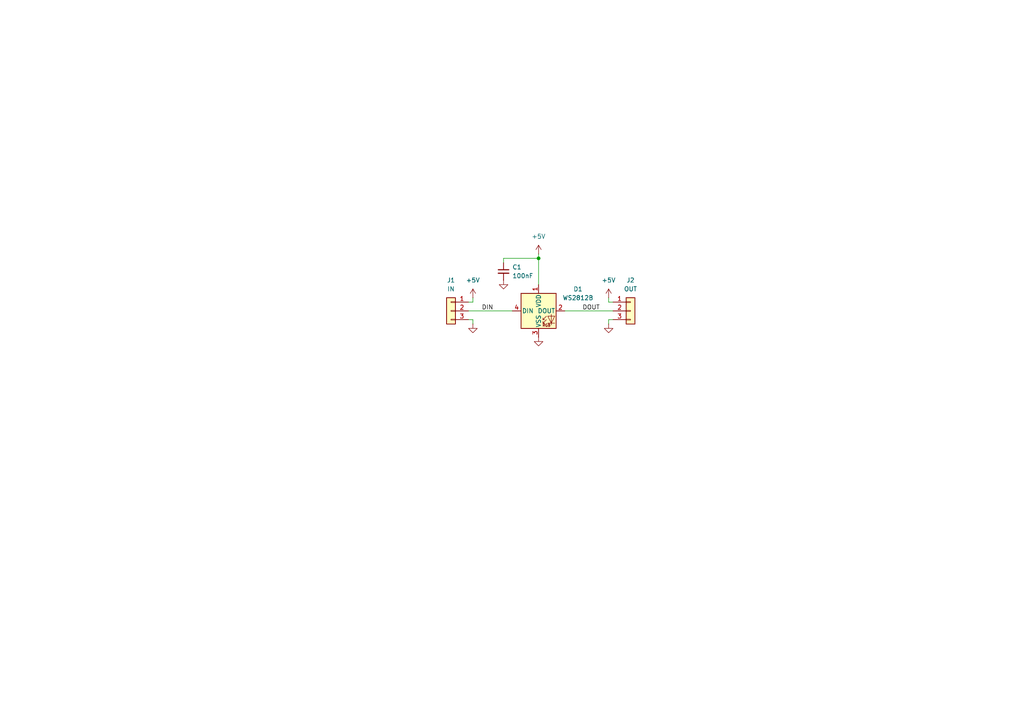
<source format=kicad_sch>
(kicad_sch (version 20231120) (generator "eeschema") (generator_version "8.0")
  (paper "A4")
  (lib_symbols
    (symbol "Connector_Generic:Conn_01x03" (pin_names (offset 1.016) hide)
      (property "Reference" "J" (at 0 5.08 0))
      (property "Value" "Conn_01x03" (at 0 -5.08 0))
      (symbol "Conn_01x03_1_1"
        (rectangle (start -1.27 -2.413) (end 0 -2.667) (stroke (width 0.1524)))
        (rectangle (start -1.27 0.127) (end 0 -0.127) (stroke (width 0.1524)))
        (rectangle (start -1.27 2.667) (end 0 2.413) (stroke (width 0.1524)))
        (rectangle (start -1.27 3.81) (end 1.27 -3.81) (stroke (width 0.254)) (fill (type background)))
        (pin passive line (at -5.08 2.54 0) (length 3.81) (name "Pin_1") (number "1"))
        (pin passive line (at -5.08 0 0) (length 3.81) (name "Pin_2") (number "2"))
        (pin passive line (at -5.08 -2.54 0) (length 3.81) (name "Pin_3") (number "3"))
      )
    )
    (symbol "Device:C_Small" (pin_numbers hide) (pin_names (offset 0.254) hide)
      (property "Reference" "C" (at 0.254 1.778 0))
      (property "Value" "C_Small" (at 0.254 -2.032 0))
      (symbol "C_Small_0_1"
        (polyline (pts (xy -1.524 -0.508) (xy 1.524 -0.508)) (stroke (width 0.3302)))
        (polyline (pts (xy -1.524 0.508) (xy 1.524 0.508)) (stroke (width 0.3048)))
      )
      (symbol "C_Small_1_1"
        (pin passive line (at 0 2.54 270) (length 2.032) (name "~") (number "1"))
        (pin passive line (at 0 -2.54 90) (length 2.032) (name "~") (number "2"))
      )
    )
    (symbol "LED:WS2812B" (pin_names (offset 0.254))
      (property "Reference" "D" (at 5.08 5.715 0))
      (property "Value" "WS2812B" (at 1.27 -5.715 0))
      (symbol "WS2812B_0_0"
        (text "RGB" (at 2.286 -4.191 0) (effects (font (size 0.762 0.762))))
      )
      (symbol "WS2812B_0_1"
        (polyline (pts (xy 1.27 -3.556) (xy 1.778 -3.556)))
        (polyline (pts (xy 1.27 -2.54) (xy 1.778 -2.54)))
        (polyline (pts (xy 4.699 -3.556) (xy 2.667 -3.556)))
        (polyline (pts (xy 2.286 -2.54) (xy 1.27 -3.556) (xy 1.27 -3.048)))
        (polyline (pts (xy 2.286 -1.524) (xy 1.27 -2.54) (xy 1.27 -2.032)))
        (polyline (pts (xy 3.683 -1.016) (xy 3.683 -3.556) (xy 3.683 -4.064)))
        (polyline (pts (xy 4.699 -1.524) (xy 2.667 -1.524) (xy 3.683 -3.556) (xy 4.699 -1.524)))
        (rectangle (start 5.08 5.08) (end -5.08 -5.08) (stroke (width 0.254)) (fill (type background)))
      )
      (symbol "WS2812B_1_1"
        (pin power_in line (at 0 7.62 270) (length 2.54) (name "VDD") (number "1"))
        (pin output line (at 7.62 0 180) (length 2.54) (name "DOUT") (number "2"))
        (pin power_in line (at 0 -7.62 90) (length 2.54) (name "VSS") (number "3"))
        (pin input line (at -7.62 0 0) (length 2.54) (name "DIN") (number "4"))
      )
    )
    (symbol "power:+5V" (power) (pin_numbers hide) (pin_names (offset 0) hide)
      (property "Value" "+5V" (at 0 3.556 0))
      (symbol "+5V_0_1"
        (polyline (pts (xy -0.762 1.27) (xy 0 2.54)))
        (polyline (pts (xy 0 0) (xy 0 2.54)))
        (polyline (pts (xy 0 2.54) (xy 0.762 1.27)))
      )
      (symbol "+5V_1_1"
        (pin power_in line (at 0 0 90) (length 0) (name "~") (number "1"))
      )
    )
    (symbol "power:GND" (power) (pin_numbers hide) (pin_names (offset 0) hide)
      (property "Value" "GND" (at 0 -3.81 0))
      (symbol "GND_0_1"
        (polyline (pts (xy 0 0) (xy 0 -1.27) (xy 1.27 -1.27) (xy 0 -2.54) (xy -1.27 -1.27) (xy 0 -1.27)))
      )
      (symbol "GND_1_1"
        (pin power_in line (at 0 0 270) (length 0) (name "~") (number "1"))
      )
    )
  )
  (junction (at 156.21 74.93))
  (wire (pts (xy 163.83 90.17) (xy 177.8 90.17)))
  (wire (pts (xy 156.21 82.55) (xy 156.21 74.93)))
  (wire (pts (xy 176.53 92.71) (xy 177.8 92.71)))
  (wire (pts (xy 156.21 74.93) (xy 146.05 74.93)))
  (wire (pts (xy 137.16 93.98) (xy 137.16 92.71)))
  (wire (pts (xy 137.16 86.36) (xy 137.16 87.63)))
  (wire (pts (xy 146.05 74.93) (xy 146.05 76.2)))
  (wire (pts (xy 176.53 87.63) (xy 177.8 87.63)))
  (wire (pts (xy 137.16 87.63) (xy 135.89 87.63)))
  (wire (pts (xy 156.21 73.66) (xy 156.21 74.93)))
  (wire (pts (xy 135.89 90.17) (xy 148.59 90.17)))
  (wire (pts (xy 176.53 86.36) (xy 176.53 87.63)))
  (wire (pts (xy 137.16 92.71) (xy 135.89 92.71)))
  (wire (pts (xy 176.53 93.98) (xy 176.53 92.71)))
  (label "DIN" (at 139.7 90.17 0))
  (label "DOUT" (at 168.91 90.17 0))
  (symbol (lib_id "Connector_Generic:Conn_01x03") (at 182.88 90.17 0) (unit 1)
    (property "Reference" "J2" (at 182.88 81.28 0))
    (property "Value" "OUT" (at 182.88 83.82 0))
    (property "Footprint" "Connector_PinHeader_2.54mm:PinHeader_1x03_P2.54mm_Vertical" (effects (hide yes)))
    (property "Description" "Generic connector, single row, 01x03, script generated (kicad-library-utils/schlib/autogen/connector/)" (effects (hide yes)))
  )
  (symbol (lib_id "Device:C_Small") (at 146.05 78.74 0) (unit 1)
    (property "Reference" "C1" (at 148.59 77.4762 0) (effects (justify left)))
    (property "Value" "100nF" (at 148.59 80.0162 0) (effects (justify left)))
    (property "Footprint" "Capacitor_SMD:C_0402_1005Metric" (effects (hide yes)))
    (property "Description" "Unpolarized capacitor, small symbol" (effects (hide yes)))
  )
  (symbol (lib_id "power:+5V") (at 156.21 73.66 0) (unit 1)
    (property "Reference" "#PWR03" (effects (hide yes)))
    (property "Value" "+5V" (at 156.21 68.58 0))
    (property "Description" "Power symbol creates a global label with name \"+5V\"" (effects (hide yes)))
  )
  (symbol (lib_id "power:+5V") (at 137.16 86.36 0) (unit 1)
    (property "Reference" "#PWR04" (effects (hide yes)))
    (property "Value" "+5V" (at 137.16 81.28 0))
    (property "Description" "Power symbol creates a global label with name \"+5V\"" (effects (hide yes)))
  )
  (symbol (lib_id "power:GND") (at 156.21 97.79 0) (unit 1)
    (property "Reference" "#PWR01" (effects (hide yes)))
    (property "Value" "GND" (effects (hide yes)))
    (property "Description" "Power symbol creates a global label with name \"GND\" , ground" (effects (hide yes)))
  )
  (symbol (lib_id "Connector_Generic:Conn_01x03") (at 130.81 90.17 0) (mirror y) (unit 1)
    (property "Reference" "J1" (at 130.81 81.28 0))
    (property "Value" "IN" (at 130.81 83.82 0))
    (property "Footprint" "Connector_PinHeader_2.54mm:PinHeader_1x03_P2.54mm_Vertical" (effects (hide yes)))
    (property "Description" "Generic connector, single row, 01x03, script generated (kicad-library-utils/schlib/autogen/connector/)" (effects (hide yes)))
  )
  (symbol (lib_id "power:GND") (at 146.05 81.28 0) (unit 1)
    (property "Reference" "#PWR02" (effects (hide yes)))
    (property "Value" "GND" (effects (hide yes)))
    (property "Description" "Power symbol creates a global label with name \"GND\" , ground" (effects (hide yes)))
  )
  (symbol (lib_id "LED:WS2812B") (at 156.21 90.17 0) (unit 1)
    (property "Reference" "D1" (at 167.64 83.8514 0))
    (property "Value" "WS2812B" (at 167.64 86.3914 0))
    (property "Footprint" "LED_SMD:LED_WS2812B_PLCC4_5.0x5.0mm_P3.2mm" (effects (hide yes)))
    (property "Datasheet" "https://cdn-shop.adafruit.com/datasheets/WS2812B.pdf" (effects (hide yes)))
    (property "Description" "RGB LED with integrated controller" (effects (hide yes)))
  )
  (symbol (lib_id "power:+5V") (at 176.53 86.36 0) (unit 1)
    (property "Reference" "#PWR05" (effects (hide yes)))
    (property "Value" "+5V" (at 176.53 81.28 0))
    (property "Description" "Power symbol creates a global label with name \"+5V\"" (effects (hide yes)))
  )
  (symbol (lib_id "power:GND") (at 137.16 93.98 0) (unit 1)
    (property "Reference" "#PWR06" (effects (hide yes)))
    (property "Value" "GND" (effects (hide yes)))
    (property "Description" "Power symbol creates a global label with name \"GND\" , ground" (effects (hide yes)))
  )
  (symbol (lib_id "power:GND") (at 176.53 93.98 0) (unit 1)
    (property "Reference" "#PWR07" (effects (hide yes)))
    (property "Value" "GND" (effects (hide yes)))
    (property "Description" "Power symbol creates a global label with name \"GND\" , ground" (effects (hide yes)))
  )
)
</source>
